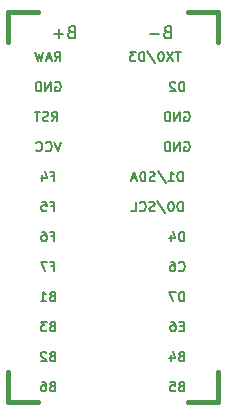
<source format=gbr>
%TF.GenerationSoftware,KiCad,Pcbnew,(6.0.1)*%
%TF.CreationDate,2022-07-08T00:12:44-07:00*%
%TF.ProjectId,OpenEx Rev2,4f70656e-4578-4205-9265-76322e6b6963,rev?*%
%TF.SameCoordinates,Original*%
%TF.FileFunction,Legend,Bot*%
%TF.FilePolarity,Positive*%
%FSLAX46Y46*%
G04 Gerber Fmt 4.6, Leading zero omitted, Abs format (unit mm)*
G04 Created by KiCad (PCBNEW (6.0.1)) date 2022-07-08 00:12:44*
%MOMM*%
%LPD*%
G01*
G04 APERTURE LIST*
%ADD10C,0.150000*%
%ADD11C,0.381000*%
G04 APERTURE END LIST*
D10*
%TO.C,U1*%
X90481076Y-101815054D02*
X90481076Y-101015054D01*
X90290600Y-101015054D01*
X90176314Y-101053150D01*
X90100123Y-101129340D01*
X90062028Y-101205530D01*
X90023933Y-101357911D01*
X90023933Y-101472197D01*
X90062028Y-101624578D01*
X90100123Y-101700769D01*
X90176314Y-101776959D01*
X90290600Y-101815054D01*
X90481076Y-101815054D01*
X89757266Y-101015054D02*
X89223933Y-101015054D01*
X89566790Y-101815054D01*
X90372933Y-91655054D02*
X90372933Y-90855054D01*
X90182457Y-90855054D01*
X90068171Y-90893150D01*
X89991980Y-90969340D01*
X89953885Y-91045530D01*
X89915790Y-91197911D01*
X89915790Y-91312197D01*
X89953885Y-91464578D01*
X89991980Y-91540769D01*
X90068171Y-91616959D01*
X90182457Y-91655054D01*
X90372933Y-91655054D01*
X89153885Y-91655054D02*
X89611028Y-91655054D01*
X89382457Y-91655054D02*
X89382457Y-90855054D01*
X89458647Y-90969340D01*
X89534838Y-91045530D01*
X89611028Y-91083626D01*
X88239600Y-90816959D02*
X88925314Y-91845530D01*
X88011028Y-91616959D02*
X87896742Y-91655054D01*
X87706266Y-91655054D01*
X87630076Y-91616959D01*
X87591980Y-91578864D01*
X87553885Y-91502673D01*
X87553885Y-91426483D01*
X87591980Y-91350292D01*
X87630076Y-91312197D01*
X87706266Y-91274102D01*
X87858647Y-91236007D01*
X87934838Y-91197911D01*
X87972933Y-91159816D01*
X88011028Y-91083626D01*
X88011028Y-91007435D01*
X87972933Y-90931245D01*
X87934838Y-90893150D01*
X87858647Y-90855054D01*
X87668171Y-90855054D01*
X87553885Y-90893150D01*
X87211028Y-91655054D02*
X87211028Y-90855054D01*
X87020552Y-90855054D01*
X86906266Y-90893150D01*
X86830076Y-90969340D01*
X86791980Y-91045530D01*
X86753885Y-91197911D01*
X86753885Y-91312197D01*
X86791980Y-91464578D01*
X86830076Y-91540769D01*
X86906266Y-91616959D01*
X87020552Y-91655054D01*
X87211028Y-91655054D01*
X86449123Y-91426483D02*
X86068171Y-91426483D01*
X86525314Y-91655054D02*
X86258647Y-90855054D01*
X85991980Y-91655054D01*
X79235266Y-98856007D02*
X79501933Y-98856007D01*
X79501933Y-99275054D02*
X79501933Y-98475054D01*
X79120980Y-98475054D01*
X78892409Y-98475054D02*
X78359076Y-98475054D01*
X78701933Y-99275054D01*
X79235266Y-91236007D02*
X79501933Y-91236007D01*
X79501933Y-91655054D02*
X79501933Y-90855054D01*
X79120980Y-90855054D01*
X78473361Y-91121721D02*
X78473361Y-91655054D01*
X78663838Y-90816959D02*
X78854314Y-91388388D01*
X78359076Y-91388388D01*
X90500123Y-85813150D02*
X90576314Y-85775054D01*
X90690600Y-85775054D01*
X90804885Y-85813150D01*
X90881076Y-85889340D01*
X90919171Y-85965530D01*
X90957266Y-86117911D01*
X90957266Y-86232197D01*
X90919171Y-86384578D01*
X90881076Y-86460769D01*
X90804885Y-86536959D01*
X90690600Y-86575054D01*
X90614409Y-86575054D01*
X90500123Y-86536959D01*
X90462028Y-86498864D01*
X90462028Y-86232197D01*
X90614409Y-86232197D01*
X90119171Y-86575054D02*
X90119171Y-85775054D01*
X89662028Y-86575054D01*
X89662028Y-85775054D01*
X89281076Y-86575054D02*
X89281076Y-85775054D01*
X89090600Y-85775054D01*
X88976314Y-85813150D01*
X88900123Y-85889340D01*
X88862028Y-85965530D01*
X88823933Y-86117911D01*
X88823933Y-86232197D01*
X88862028Y-86384578D01*
X88900123Y-86460769D01*
X88976314Y-86536959D01*
X89090600Y-86575054D01*
X89281076Y-86575054D01*
X80035266Y-88315054D02*
X79768600Y-89115054D01*
X79501933Y-88315054D01*
X78778123Y-89038864D02*
X78816219Y-89076959D01*
X78930504Y-89115054D01*
X79006695Y-89115054D01*
X79120980Y-89076959D01*
X79197171Y-89000769D01*
X79235266Y-88924578D01*
X79273361Y-88772197D01*
X79273361Y-88657911D01*
X79235266Y-88505530D01*
X79197171Y-88429340D01*
X79120980Y-88353150D01*
X79006695Y-88315054D01*
X78930504Y-88315054D01*
X78816219Y-88353150D01*
X78778123Y-88391245D01*
X77978123Y-89038864D02*
X78016219Y-89076959D01*
X78130504Y-89115054D01*
X78206695Y-89115054D01*
X78320980Y-89076959D01*
X78397171Y-89000769D01*
X78435266Y-88924578D01*
X78473361Y-88772197D01*
X78473361Y-88657911D01*
X78435266Y-88505530D01*
X78397171Y-88429340D01*
X78320980Y-88353150D01*
X78206695Y-88315054D01*
X78130504Y-88315054D01*
X78016219Y-88353150D01*
X77978123Y-88391245D01*
X90353885Y-94195054D02*
X90353885Y-93395054D01*
X90163409Y-93395054D01*
X90049123Y-93433150D01*
X89972933Y-93509340D01*
X89934838Y-93585530D01*
X89896742Y-93737911D01*
X89896742Y-93852197D01*
X89934838Y-94004578D01*
X89972933Y-94080769D01*
X90049123Y-94156959D01*
X90163409Y-94195054D01*
X90353885Y-94195054D01*
X89401504Y-93395054D02*
X89325314Y-93395054D01*
X89249123Y-93433150D01*
X89211028Y-93471245D01*
X89172933Y-93547435D01*
X89134838Y-93699816D01*
X89134838Y-93890292D01*
X89172933Y-94042673D01*
X89211028Y-94118864D01*
X89249123Y-94156959D01*
X89325314Y-94195054D01*
X89401504Y-94195054D01*
X89477695Y-94156959D01*
X89515790Y-94118864D01*
X89553885Y-94042673D01*
X89591980Y-93890292D01*
X89591980Y-93699816D01*
X89553885Y-93547435D01*
X89515790Y-93471245D01*
X89477695Y-93433150D01*
X89401504Y-93395054D01*
X88220552Y-93356959D02*
X88906266Y-94385530D01*
X87991980Y-94156959D02*
X87877695Y-94195054D01*
X87687219Y-94195054D01*
X87611028Y-94156959D01*
X87572933Y-94118864D01*
X87534838Y-94042673D01*
X87534838Y-93966483D01*
X87572933Y-93890292D01*
X87611028Y-93852197D01*
X87687219Y-93814102D01*
X87839600Y-93776007D01*
X87915790Y-93737911D01*
X87953885Y-93699816D01*
X87991980Y-93623626D01*
X87991980Y-93547435D01*
X87953885Y-93471245D01*
X87915790Y-93433150D01*
X87839600Y-93395054D01*
X87649123Y-93395054D01*
X87534838Y-93433150D01*
X86734838Y-94118864D02*
X86772933Y-94156959D01*
X86887219Y-94195054D01*
X86963409Y-94195054D01*
X87077695Y-94156959D01*
X87153885Y-94080769D01*
X87191980Y-94004578D01*
X87230076Y-93852197D01*
X87230076Y-93737911D01*
X87191980Y-93585530D01*
X87153885Y-93509340D01*
X87077695Y-93433150D01*
X86963409Y-93395054D01*
X86887219Y-93395054D01*
X86772933Y-93433150D01*
X86734838Y-93471245D01*
X86011028Y-94195054D02*
X86391980Y-94195054D01*
X86391980Y-93395054D01*
X90191948Y-80695055D02*
X89734805Y-80695055D01*
X89963376Y-81495055D02*
X89963376Y-80695055D01*
X89544329Y-80695055D02*
X89010995Y-81495055D01*
X89010995Y-80695055D02*
X89544329Y-81495055D01*
X88553852Y-80695055D02*
X88477662Y-80695055D01*
X88401472Y-80733151D01*
X88363376Y-80771246D01*
X88325281Y-80847436D01*
X88287186Y-80999817D01*
X88287186Y-81190293D01*
X88325281Y-81342674D01*
X88363376Y-81418865D01*
X88401472Y-81456960D01*
X88477662Y-81495055D01*
X88553852Y-81495055D01*
X88630043Y-81456960D01*
X88668138Y-81418865D01*
X88706233Y-81342674D01*
X88744329Y-81190293D01*
X88744329Y-80999817D01*
X88706233Y-80847436D01*
X88668138Y-80771246D01*
X88630043Y-80733151D01*
X88553852Y-80695055D01*
X87372900Y-80656960D02*
X88058614Y-81685531D01*
X87106233Y-81495055D02*
X87106233Y-80695055D01*
X86915757Y-80695055D01*
X86801472Y-80733151D01*
X86725281Y-80809341D01*
X86687186Y-80885531D01*
X86649091Y-81037912D01*
X86649091Y-81152198D01*
X86687186Y-81304579D01*
X86725281Y-81380770D01*
X86801472Y-81456960D01*
X86915757Y-81495055D01*
X87106233Y-81495055D01*
X86382424Y-80695055D02*
X85887186Y-80695055D01*
X86153852Y-80999817D01*
X86039567Y-80999817D01*
X85963376Y-81037912D01*
X85925281Y-81076008D01*
X85887186Y-81152198D01*
X85887186Y-81342674D01*
X85925281Y-81418865D01*
X85963376Y-81456960D01*
X86039567Y-81495055D01*
X86268138Y-81495055D01*
X86344329Y-81456960D01*
X86382424Y-81418865D01*
X90214409Y-109016007D02*
X90100123Y-109054102D01*
X90062028Y-109092197D01*
X90023933Y-109168388D01*
X90023933Y-109282673D01*
X90062028Y-109358864D01*
X90100123Y-109396959D01*
X90176314Y-109435054D01*
X90481076Y-109435054D01*
X90481076Y-108635054D01*
X90214409Y-108635054D01*
X90138219Y-108673150D01*
X90100123Y-108711245D01*
X90062028Y-108787435D01*
X90062028Y-108863626D01*
X90100123Y-108939816D01*
X90138219Y-108977911D01*
X90214409Y-109016007D01*
X90481076Y-109016007D01*
X89300123Y-108635054D02*
X89681076Y-108635054D01*
X89719171Y-109016007D01*
X89681076Y-108977911D01*
X89604885Y-108939816D01*
X89414409Y-108939816D01*
X89338219Y-108977911D01*
X89300123Y-109016007D01*
X89262028Y-109092197D01*
X89262028Y-109282673D01*
X89300123Y-109358864D01*
X89338219Y-109396959D01*
X89414409Y-109435054D01*
X89604885Y-109435054D01*
X89681076Y-109396959D01*
X89719171Y-109358864D01*
X90481076Y-84035054D02*
X90481076Y-83235054D01*
X90290600Y-83235054D01*
X90176314Y-83273150D01*
X90100123Y-83349340D01*
X90062028Y-83425530D01*
X90023933Y-83577911D01*
X90023933Y-83692197D01*
X90062028Y-83844578D01*
X90100123Y-83920769D01*
X90176314Y-83996959D01*
X90290600Y-84035054D01*
X90481076Y-84035054D01*
X89719171Y-83311245D02*
X89681076Y-83273150D01*
X89604885Y-83235054D01*
X89414409Y-83235054D01*
X89338219Y-83273150D01*
X89300123Y-83311245D01*
X89262028Y-83387435D01*
X89262028Y-83463626D01*
X89300123Y-83577911D01*
X89757266Y-84035054D01*
X89262028Y-84035054D01*
X79292409Y-101396007D02*
X79178123Y-101434102D01*
X79140028Y-101472197D01*
X79101933Y-101548388D01*
X79101933Y-101662673D01*
X79140028Y-101738864D01*
X79178123Y-101776959D01*
X79254314Y-101815054D01*
X79559076Y-101815054D01*
X79559076Y-101015054D01*
X79292409Y-101015054D01*
X79216219Y-101053150D01*
X79178123Y-101091245D01*
X79140028Y-101167435D01*
X79140028Y-101243626D01*
X79178123Y-101319816D01*
X79216219Y-101357911D01*
X79292409Y-101396007D01*
X79559076Y-101396007D01*
X78340028Y-101815054D02*
X78797171Y-101815054D01*
X78568600Y-101815054D02*
X78568600Y-101015054D01*
X78644790Y-101129340D01*
X78720980Y-101205530D01*
X78797171Y-101243626D01*
X80913219Y-79029721D02*
X80770361Y-79077340D01*
X80722742Y-79124959D01*
X80675123Y-79220197D01*
X80675123Y-79363054D01*
X80722742Y-79458292D01*
X80770361Y-79505911D01*
X80865600Y-79553530D01*
X81246552Y-79553530D01*
X81246552Y-78553530D01*
X80913219Y-78553530D01*
X80817980Y-78601150D01*
X80770361Y-78648769D01*
X80722742Y-78744007D01*
X80722742Y-78839245D01*
X80770361Y-78934483D01*
X80817980Y-78982102D01*
X80913219Y-79029721D01*
X81246552Y-79029721D01*
X80246552Y-79172578D02*
X79484647Y-79172578D01*
X79865600Y-79553530D02*
X79865600Y-78791626D01*
X79292409Y-106476007D02*
X79178123Y-106514102D01*
X79140028Y-106552197D01*
X79101933Y-106628388D01*
X79101933Y-106742673D01*
X79140028Y-106818864D01*
X79178123Y-106856959D01*
X79254314Y-106895054D01*
X79559076Y-106895054D01*
X79559076Y-106095054D01*
X79292409Y-106095054D01*
X79216219Y-106133150D01*
X79178123Y-106171245D01*
X79140028Y-106247435D01*
X79140028Y-106323626D01*
X79178123Y-106399816D01*
X79216219Y-106437911D01*
X79292409Y-106476007D01*
X79559076Y-106476007D01*
X78797171Y-106171245D02*
X78759076Y-106133150D01*
X78682885Y-106095054D01*
X78492409Y-106095054D01*
X78416219Y-106133150D01*
X78378123Y-106171245D01*
X78340028Y-106247435D01*
X78340028Y-106323626D01*
X78378123Y-106437911D01*
X78835266Y-106895054D01*
X78340028Y-106895054D01*
X90442980Y-103936007D02*
X90176314Y-103936007D01*
X90062028Y-104355054D02*
X90442980Y-104355054D01*
X90442980Y-103555054D01*
X90062028Y-103555054D01*
X89376314Y-103555054D02*
X89528695Y-103555054D01*
X89604885Y-103593150D01*
X89642980Y-103631245D01*
X89719171Y-103745530D01*
X89757266Y-103897911D01*
X89757266Y-104202673D01*
X89719171Y-104278864D01*
X89681076Y-104316959D01*
X89604885Y-104355054D01*
X89452504Y-104355054D01*
X89376314Y-104316959D01*
X89338219Y-104278864D01*
X89300123Y-104202673D01*
X89300123Y-104012197D01*
X89338219Y-103936007D01*
X89376314Y-103897911D01*
X89452504Y-103859816D01*
X89604885Y-103859816D01*
X89681076Y-103897911D01*
X89719171Y-103936007D01*
X89757266Y-104012197D01*
X79292409Y-109016007D02*
X79178123Y-109054102D01*
X79140028Y-109092197D01*
X79101933Y-109168388D01*
X79101933Y-109282673D01*
X79140028Y-109358864D01*
X79178123Y-109396959D01*
X79254314Y-109435054D01*
X79559076Y-109435054D01*
X79559076Y-108635054D01*
X79292409Y-108635054D01*
X79216219Y-108673150D01*
X79178123Y-108711245D01*
X79140028Y-108787435D01*
X79140028Y-108863626D01*
X79178123Y-108939816D01*
X79216219Y-108977911D01*
X79292409Y-109016007D01*
X79559076Y-109016007D01*
X78416219Y-108635054D02*
X78568600Y-108635054D01*
X78644790Y-108673150D01*
X78682885Y-108711245D01*
X78759076Y-108825530D01*
X78797171Y-108977911D01*
X78797171Y-109282673D01*
X78759076Y-109358864D01*
X78720980Y-109396959D01*
X78644790Y-109435054D01*
X78492409Y-109435054D01*
X78416219Y-109396959D01*
X78378123Y-109358864D01*
X78340028Y-109282673D01*
X78340028Y-109092197D01*
X78378123Y-109016007D01*
X78416219Y-108977911D01*
X78492409Y-108939816D01*
X78644790Y-108939816D01*
X78720980Y-108977911D01*
X78759076Y-109016007D01*
X78797171Y-109092197D01*
X79578123Y-83273150D02*
X79654314Y-83235054D01*
X79768600Y-83235054D01*
X79882885Y-83273150D01*
X79959076Y-83349340D01*
X79997171Y-83425530D01*
X80035266Y-83577911D01*
X80035266Y-83692197D01*
X79997171Y-83844578D01*
X79959076Y-83920769D01*
X79882885Y-83996959D01*
X79768600Y-84035054D01*
X79692409Y-84035054D01*
X79578123Y-83996959D01*
X79540028Y-83958864D01*
X79540028Y-83692197D01*
X79692409Y-83692197D01*
X79197171Y-84035054D02*
X79197171Y-83235054D01*
X78740028Y-84035054D01*
X78740028Y-83235054D01*
X78359076Y-84035054D02*
X78359076Y-83235054D01*
X78168600Y-83235054D01*
X78054314Y-83273150D01*
X77978123Y-83349340D01*
X77940028Y-83425530D01*
X77901933Y-83577911D01*
X77901933Y-83692197D01*
X77940028Y-83844578D01*
X77978123Y-83920769D01*
X78054314Y-83996959D01*
X78168600Y-84035054D01*
X78359076Y-84035054D01*
X79520980Y-81495054D02*
X79787647Y-81114102D01*
X79978123Y-81495054D02*
X79978123Y-80695054D01*
X79673361Y-80695054D01*
X79597171Y-80733150D01*
X79559076Y-80771245D01*
X79520980Y-80847435D01*
X79520980Y-80961721D01*
X79559076Y-81037911D01*
X79597171Y-81076007D01*
X79673361Y-81114102D01*
X79978123Y-81114102D01*
X79216219Y-81266483D02*
X78835266Y-81266483D01*
X79292409Y-81495054D02*
X79025742Y-80695054D01*
X78759076Y-81495054D01*
X78568600Y-80695054D02*
X78378123Y-81495054D01*
X78225742Y-80923626D01*
X78073361Y-81495054D01*
X77882885Y-80695054D01*
X89041219Y-79029721D02*
X88898361Y-79077340D01*
X88850742Y-79124959D01*
X88803123Y-79220197D01*
X88803123Y-79363054D01*
X88850742Y-79458292D01*
X88898361Y-79505911D01*
X88993600Y-79553530D01*
X89374552Y-79553530D01*
X89374552Y-78553530D01*
X89041219Y-78553530D01*
X88945980Y-78601150D01*
X88898361Y-78648769D01*
X88850742Y-78744007D01*
X88850742Y-78839245D01*
X88898361Y-78934483D01*
X88945980Y-78982102D01*
X89041219Y-79029721D01*
X89374552Y-79029721D01*
X88374552Y-79172578D02*
X87612647Y-79172578D01*
X79279695Y-86575054D02*
X79546361Y-86194102D01*
X79736838Y-86575054D02*
X79736838Y-85775054D01*
X79432076Y-85775054D01*
X79355885Y-85813150D01*
X79317790Y-85851245D01*
X79279695Y-85927435D01*
X79279695Y-86041721D01*
X79317790Y-86117911D01*
X79355885Y-86156007D01*
X79432076Y-86194102D01*
X79736838Y-86194102D01*
X78974933Y-86536959D02*
X78860647Y-86575054D01*
X78670171Y-86575054D01*
X78593980Y-86536959D01*
X78555885Y-86498864D01*
X78517790Y-86422673D01*
X78517790Y-86346483D01*
X78555885Y-86270292D01*
X78593980Y-86232197D01*
X78670171Y-86194102D01*
X78822552Y-86156007D01*
X78898742Y-86117911D01*
X78936838Y-86079816D01*
X78974933Y-86003626D01*
X78974933Y-85927435D01*
X78936838Y-85851245D01*
X78898742Y-85813150D01*
X78822552Y-85775054D01*
X78632076Y-85775054D01*
X78517790Y-85813150D01*
X78289219Y-85775054D02*
X77832076Y-85775054D01*
X78060647Y-86575054D02*
X78060647Y-85775054D01*
X90023933Y-99198864D02*
X90062028Y-99236959D01*
X90176314Y-99275054D01*
X90252504Y-99275054D01*
X90366790Y-99236959D01*
X90442980Y-99160769D01*
X90481076Y-99084578D01*
X90519171Y-98932197D01*
X90519171Y-98817911D01*
X90481076Y-98665530D01*
X90442980Y-98589340D01*
X90366790Y-98513150D01*
X90252504Y-98475054D01*
X90176314Y-98475054D01*
X90062028Y-98513150D01*
X90023933Y-98551245D01*
X89338219Y-98475054D02*
X89490600Y-98475054D01*
X89566790Y-98513150D01*
X89604885Y-98551245D01*
X89681076Y-98665530D01*
X89719171Y-98817911D01*
X89719171Y-99122673D01*
X89681076Y-99198864D01*
X89642980Y-99236959D01*
X89566790Y-99275054D01*
X89414409Y-99275054D01*
X89338219Y-99236959D01*
X89300123Y-99198864D01*
X89262028Y-99122673D01*
X89262028Y-98932197D01*
X89300123Y-98856007D01*
X89338219Y-98817911D01*
X89414409Y-98779816D01*
X89566790Y-98779816D01*
X89642980Y-98817911D01*
X89681076Y-98856007D01*
X89719171Y-98932197D01*
X79292409Y-103936007D02*
X79178123Y-103974102D01*
X79140028Y-104012197D01*
X79101933Y-104088388D01*
X79101933Y-104202673D01*
X79140028Y-104278864D01*
X79178123Y-104316959D01*
X79254314Y-104355054D01*
X79559076Y-104355054D01*
X79559076Y-103555054D01*
X79292409Y-103555054D01*
X79216219Y-103593150D01*
X79178123Y-103631245D01*
X79140028Y-103707435D01*
X79140028Y-103783626D01*
X79178123Y-103859816D01*
X79216219Y-103897911D01*
X79292409Y-103936007D01*
X79559076Y-103936007D01*
X78835266Y-103555054D02*
X78340028Y-103555054D01*
X78606695Y-103859816D01*
X78492409Y-103859816D01*
X78416219Y-103897911D01*
X78378123Y-103936007D01*
X78340028Y-104012197D01*
X78340028Y-104202673D01*
X78378123Y-104278864D01*
X78416219Y-104316959D01*
X78492409Y-104355054D01*
X78720980Y-104355054D01*
X78797171Y-104316959D01*
X78835266Y-104278864D01*
X79235266Y-93776007D02*
X79501933Y-93776007D01*
X79501933Y-94195054D02*
X79501933Y-93395054D01*
X79120980Y-93395054D01*
X78435266Y-93395054D02*
X78816219Y-93395054D01*
X78854314Y-93776007D01*
X78816219Y-93737911D01*
X78740028Y-93699816D01*
X78549552Y-93699816D01*
X78473361Y-93737911D01*
X78435266Y-93776007D01*
X78397171Y-93852197D01*
X78397171Y-94042673D01*
X78435266Y-94118864D01*
X78473361Y-94156959D01*
X78549552Y-94195054D01*
X78740028Y-94195054D01*
X78816219Y-94156959D01*
X78854314Y-94118864D01*
X79235266Y-96316007D02*
X79501933Y-96316007D01*
X79501933Y-96735054D02*
X79501933Y-95935054D01*
X79120980Y-95935054D01*
X78473361Y-95935054D02*
X78625742Y-95935054D01*
X78701933Y-95973150D01*
X78740028Y-96011245D01*
X78816219Y-96125530D01*
X78854314Y-96277911D01*
X78854314Y-96582673D01*
X78816219Y-96658864D01*
X78778123Y-96696959D01*
X78701933Y-96735054D01*
X78549552Y-96735054D01*
X78473361Y-96696959D01*
X78435266Y-96658864D01*
X78397171Y-96582673D01*
X78397171Y-96392197D01*
X78435266Y-96316007D01*
X78473361Y-96277911D01*
X78549552Y-96239816D01*
X78701933Y-96239816D01*
X78778123Y-96277911D01*
X78816219Y-96316007D01*
X78854314Y-96392197D01*
X90214409Y-106476008D02*
X90100123Y-106514103D01*
X90062028Y-106552198D01*
X90023933Y-106628389D01*
X90023933Y-106742674D01*
X90062028Y-106818865D01*
X90100123Y-106856960D01*
X90176314Y-106895055D01*
X90481076Y-106895055D01*
X90481076Y-106095055D01*
X90214409Y-106095055D01*
X90138219Y-106133151D01*
X90100123Y-106171246D01*
X90062028Y-106247436D01*
X90062028Y-106323627D01*
X90100123Y-106399817D01*
X90138219Y-106437912D01*
X90214409Y-106476008D01*
X90481076Y-106476008D01*
X89338219Y-106361722D02*
X89338219Y-106895055D01*
X89528695Y-106056960D02*
X89719171Y-106628389D01*
X89223933Y-106628389D01*
X90500123Y-88353150D02*
X90576314Y-88315054D01*
X90690600Y-88315054D01*
X90804885Y-88353150D01*
X90881076Y-88429340D01*
X90919171Y-88505530D01*
X90957266Y-88657911D01*
X90957266Y-88772197D01*
X90919171Y-88924578D01*
X90881076Y-89000769D01*
X90804885Y-89076959D01*
X90690600Y-89115054D01*
X90614409Y-89115054D01*
X90500123Y-89076959D01*
X90462028Y-89038864D01*
X90462028Y-88772197D01*
X90614409Y-88772197D01*
X90119171Y-89115054D02*
X90119171Y-88315054D01*
X89662028Y-89115054D01*
X89662028Y-88315054D01*
X89281076Y-89115054D02*
X89281076Y-88315054D01*
X89090600Y-88315054D01*
X88976314Y-88353150D01*
X88900123Y-88429340D01*
X88862028Y-88505530D01*
X88823933Y-88657911D01*
X88823933Y-88772197D01*
X88862028Y-88924578D01*
X88900123Y-89000769D01*
X88976314Y-89076959D01*
X89090600Y-89115054D01*
X89281076Y-89115054D01*
X90481076Y-96735054D02*
X90481076Y-95935054D01*
X90290600Y-95935054D01*
X90176314Y-95973150D01*
X90100123Y-96049340D01*
X90062028Y-96125530D01*
X90023933Y-96277911D01*
X90023933Y-96392197D01*
X90062028Y-96544578D01*
X90100123Y-96620769D01*
X90176314Y-96696959D01*
X90290600Y-96735054D01*
X90481076Y-96735054D01*
X89338219Y-96201721D02*
X89338219Y-96735054D01*
X89528695Y-95896959D02*
X89719171Y-96468388D01*
X89223933Y-96468388D01*
D11*
X90779600Y-77323150D02*
X93319600Y-77323150D01*
X90779600Y-110343150D02*
X93319600Y-110343150D01*
X75539600Y-77323150D02*
X78079600Y-77323150D01*
X93319600Y-110343150D02*
X93319600Y-107803150D01*
X75539600Y-110343150D02*
X75539600Y-107803150D01*
X93319600Y-77323150D02*
X93319600Y-79863150D01*
X75539600Y-110343150D02*
X78079600Y-110343150D01*
X75539600Y-79863150D02*
X75539600Y-77323150D01*
%TD*%
M02*

</source>
